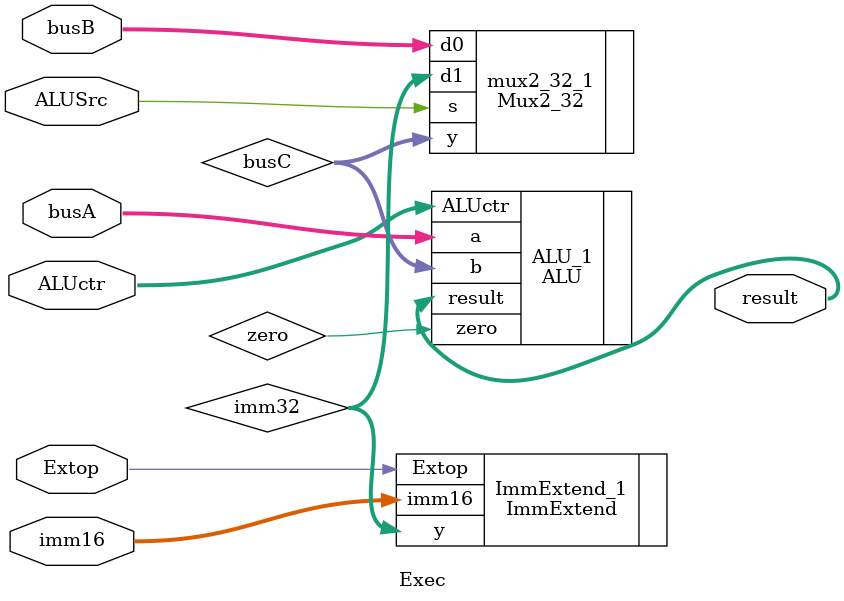
<source format=v>
`include "ImmExtend.v"
`include "mux.v"
`include "ALU.v"

module Exec(Extop,ALUSrc,ALUctr,busA,busB,imm16,result);
	input Extop,ALUSrc;
	input[2:0] ALUctr;
	input[31:0] busA,busB;
	input[15:0] imm16;
	output[31:0] result;

	wire zero;
	wire[31:0] imm32,busC;

	ImmExtend ImmExtend_1(.Extop(Extop),.imm16(imm16),.y(imm32));
	Mux2_32 mux2_32_1(.d0(busB),.d1(imm32),.s(ALUSrc),.y(busC));
	ALU ALU_1(.a(busA),.b(busC),.ALUctr(ALUctr),.result(result),.zero(zero));

endmodule

</source>
